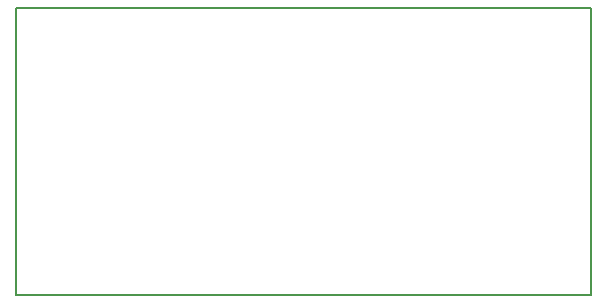
<source format=gm1>
G04 MADE WITH FRITZING*
G04 WWW.FRITZING.ORG*
G04 DOUBLE SIDED*
G04 HOLES PLATED*
G04 CONTOUR ON CENTER OF CONTOUR VECTOR*
%ASAXBY*%
%FSLAX23Y23*%
%MOIN*%
%OFA0B0*%
%SFA1.0B1.0*%
%ADD10R,1.927050X0.963024*%
%ADD11C,0.008000*%
%ADD10C,0.008*%
%LNCONTOUR*%
G90*
G70*
G54D10*
G54D11*
X4Y959D02*
X1923Y959D01*
X1923Y4D01*
X4Y4D01*
X4Y959D01*
D02*
G04 End of contour*
M02*
</source>
